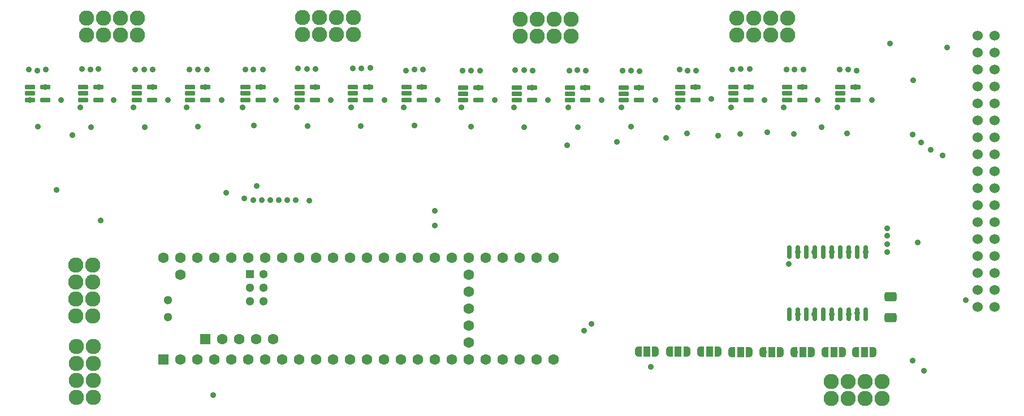
<source format=gbr>
%TF.GenerationSoftware,KiCad,Pcbnew,8.0.3-1.fc40*%
%TF.CreationDate,2024-07-09T23:55:12-04:00*%
%TF.ProjectId,boards_v3,626f6172-6473-45f7-9633-2e6b69636164,rev?*%
%TF.SameCoordinates,Original*%
%TF.FileFunction,Soldermask,Top*%
%TF.FilePolarity,Negative*%
%FSLAX46Y46*%
G04 Gerber Fmt 4.6, Leading zero omitted, Abs format (unit mm)*
G04 Created by KiCad (PCBNEW 8.0.3-1.fc40) date 2024-07-09 23:55:12*
%MOMM*%
%LPD*%
G01*
G04 APERTURE LIST*
G04 Aperture macros list*
%AMRoundRect*
0 Rectangle with rounded corners*
0 $1 Rounding radius*
0 $2 $3 $4 $5 $6 $7 $8 $9 X,Y pos of 4 corners*
0 Add a 4 corners polygon primitive as box body*
4,1,4,$2,$3,$4,$5,$6,$7,$8,$9,$2,$3,0*
0 Add four circle primitives for the rounded corners*
1,1,$1+$1,$2,$3*
1,1,$1+$1,$4,$5*
1,1,$1+$1,$6,$7*
1,1,$1+$1,$8,$9*
0 Add four rect primitives between the rounded corners*
20,1,$1+$1,$2,$3,$4,$5,0*
20,1,$1+$1,$4,$5,$6,$7,0*
20,1,$1+$1,$6,$7,$8,$9,0*
20,1,$1+$1,$8,$9,$2,$3,0*%
%AMFreePoly0*
4,1,19,0.550000,-0.750000,0.000000,-0.750000,0.000000,-0.744911,-0.071157,-0.744911,-0.207708,-0.704816,-0.327430,-0.627875,-0.420627,-0.520320,-0.479746,-0.390866,-0.500000,-0.250000,-0.500000,0.250000,-0.479746,0.390866,-0.420627,0.520320,-0.327430,0.627875,-0.207708,0.704816,-0.071157,0.744911,0.000000,0.744911,0.000000,0.750000,0.550000,0.750000,0.550000,-0.750000,0.550000,-0.750000,
$1*%
%AMFreePoly1*
4,1,19,0.000000,0.744911,0.071157,0.744911,0.207708,0.704816,0.327430,0.627875,0.420627,0.520320,0.479746,0.390866,0.500000,0.250000,0.500000,-0.250000,0.479746,-0.390866,0.420627,-0.520320,0.327430,-0.627875,0.207708,-0.704816,0.071157,-0.744911,0.000000,-0.744911,0.000000,-0.750000,-0.550000,-0.750000,-0.550000,0.750000,0.000000,0.750000,0.000000,0.744911,0.000000,0.744911,
$1*%
G04 Aperture macros list end*
%ADD10RoundRect,0.250000X0.650000X-0.412500X0.650000X0.412500X-0.650000X0.412500X-0.650000X-0.412500X0*%
%ADD11RoundRect,0.150000X-0.650000X-0.150000X0.650000X-0.150000X0.650000X0.150000X-0.650000X0.150000X0*%
%ADD12C,2.286000*%
%ADD13FreePoly0,0.000000*%
%ADD14R,1.000000X1.500000*%
%ADD15FreePoly1,0.000000*%
%ADD16R,1.600000X1.600000*%
%ADD17C,1.600000*%
%ADD18R,1.300000X1.300000*%
%ADD19C,1.300000*%
%ADD20RoundRect,0.150000X-0.150000X0.875000X-0.150000X-0.875000X0.150000X-0.875000X0.150000X0.875000X0*%
%ADD21C,1.524000*%
%ADD22C,0.900000*%
G04 APERTURE END LIST*
D10*
%TO.C,C13*%
X193500000Y-70262500D03*
X193500000Y-67137500D03*
%TD*%
D11*
%TO.C,U7*%
X145450000Y-35780000D03*
X145450000Y-36730000D03*
X145450000Y-37680000D03*
X147750000Y-37680000D03*
X147750000Y-35780000D03*
%TD*%
D12*
%TO.C,J2*%
X145700000Y-25490000D03*
X143160000Y-25490000D03*
X140620000Y-25490000D03*
X138080000Y-25490000D03*
X138080001Y-28030000D03*
X140620000Y-28030000D03*
X143160000Y-28030000D03*
X145700000Y-28030000D03*
%TD*%
D11*
%TO.C,U9*%
X129450000Y-35780000D03*
X129450000Y-36730000D03*
X129450000Y-37680000D03*
X131750000Y-37680000D03*
X131750000Y-35780000D03*
%TD*%
%TO.C,U17*%
X64600000Y-35700000D03*
X64600000Y-36650000D03*
X64600000Y-37600000D03*
X66900000Y-37600000D03*
X66900000Y-35700000D03*
%TD*%
%TO.C,U11*%
X113000000Y-35700000D03*
X113000000Y-36650000D03*
X113000000Y-37600000D03*
X115300000Y-37600000D03*
X115300000Y-35700000D03*
%TD*%
D13*
%TO.C,JP24*%
X188290001Y-75392500D03*
D14*
X189590001Y-75392500D03*
D15*
X190890001Y-75392500D03*
%TD*%
D11*
%TO.C,U4*%
X169980000Y-35700000D03*
X169980000Y-36650000D03*
X169980000Y-37600000D03*
X172280000Y-37600000D03*
X172280000Y-35700000D03*
%TD*%
D13*
%TO.C,JP22*%
X179050001Y-75400000D03*
D14*
X180350001Y-75400000D03*
D15*
X181650001Y-75400000D03*
%TD*%
D11*
%TO.C,U12*%
X105000000Y-35700000D03*
X105000000Y-36650000D03*
X105000000Y-37600000D03*
X107300000Y-37600000D03*
X107300000Y-35700000D03*
%TD*%
%TO.C,U5*%
X161980000Y-35700000D03*
X161980000Y-36650000D03*
X161980000Y-37600000D03*
X164280000Y-37600000D03*
X164280000Y-35700000D03*
%TD*%
D16*
%TO.C,U1*%
X84600000Y-76540000D03*
D17*
X87140000Y-76540000D03*
X89680000Y-76540000D03*
X92220000Y-76540000D03*
X94760000Y-76540000D03*
X97300000Y-76540000D03*
X99840000Y-76540000D03*
X102380000Y-76540000D03*
X104920000Y-76540000D03*
X107460000Y-76540000D03*
X110000000Y-76540000D03*
X112540000Y-76540000D03*
X115080000Y-76540000D03*
X117620000Y-76540000D03*
X120160000Y-76540000D03*
X122700000Y-76540000D03*
X125240000Y-76540000D03*
X127780000Y-76540000D03*
X130320000Y-76540000D03*
X132860000Y-76540000D03*
X135400000Y-76540000D03*
X137940000Y-76540000D03*
X140480000Y-76540000D03*
X143020000Y-76540000D03*
X143020000Y-61300000D03*
X140480000Y-61300000D03*
X137940000Y-61300000D03*
X135400000Y-61300000D03*
X132860000Y-61300000D03*
X130320000Y-61300000D03*
X127780000Y-61300000D03*
X125240000Y-61300000D03*
X122700000Y-61300000D03*
X120160000Y-61300000D03*
X117620000Y-61300000D03*
X115080000Y-61300000D03*
X112540000Y-61300000D03*
X110000000Y-61300000D03*
X107460000Y-61300000D03*
X104920000Y-61300000D03*
X102380000Y-61300000D03*
X99840000Y-61300000D03*
X97300000Y-61300000D03*
X94760000Y-61300000D03*
X92220000Y-61300000D03*
X89680000Y-61300000D03*
X87140000Y-61300000D03*
X84600000Y-61300000D03*
X87140001Y-63840000D03*
X130320000Y-73999999D03*
X130320000Y-71460000D03*
X130320000Y-68920000D03*
X130320000Y-66380000D03*
X130320000Y-63840001D03*
D16*
X90899200Y-73489200D03*
D17*
X93439200Y-73489200D03*
X95979200Y-73489200D03*
X98519200Y-73489200D03*
X101059200Y-73489200D03*
D18*
X97569999Y-63738400D03*
D19*
X97570000Y-65738400D03*
X97570000Y-67738401D03*
X99570000Y-67738400D03*
X99570000Y-65738401D03*
X99570000Y-63738400D03*
X85329999Y-67650000D03*
X85329999Y-70190000D03*
%TD*%
D11*
%TO.C,U16*%
X72600000Y-35700000D03*
X72600000Y-36650000D03*
X72600000Y-37600000D03*
X74900000Y-37600000D03*
X74900000Y-35700000D03*
%TD*%
%TO.C,U2*%
X185980000Y-35700000D03*
X185980000Y-36650000D03*
X185980000Y-37600000D03*
X188280000Y-37600000D03*
X188280000Y-35700000D03*
%TD*%
%TO.C,U3*%
X177980000Y-35700000D03*
X177980000Y-36650000D03*
X177980000Y-37600000D03*
X180280000Y-37600000D03*
X180280000Y-35700000D03*
%TD*%
D13*
%TO.C,JP19*%
X165070000Y-75329999D03*
D14*
X166370000Y-75329999D03*
D15*
X167670000Y-75329999D03*
%TD*%
D12*
%TO.C,J1*%
X178080000Y-25360000D03*
X175540000Y-25360000D03*
X173000000Y-25360000D03*
X170460000Y-25360000D03*
X170460001Y-27900000D03*
X173000000Y-27900000D03*
X175540000Y-27900000D03*
X178080000Y-27900000D03*
%TD*%
D11*
%TO.C,U14*%
X88600000Y-35700000D03*
X88600000Y-36650000D03*
X88600000Y-37600000D03*
X90900000Y-37600000D03*
X90900000Y-35700000D03*
%TD*%
%TO.C,U8*%
X137500000Y-35780000D03*
X137500000Y-36730000D03*
X137500000Y-37680000D03*
X139800000Y-37680000D03*
X139800000Y-35780000D03*
%TD*%
%TO.C,U13*%
X96900000Y-35700000D03*
X96900000Y-36650000D03*
X96900000Y-37600000D03*
X99200000Y-37600000D03*
X99200000Y-35700000D03*
%TD*%
D12*
%TO.C,J7*%
X74100000Y-82200000D03*
X74100000Y-79660000D03*
X74100000Y-77120000D03*
X74100000Y-74580000D03*
X71560000Y-74580001D03*
X71560000Y-77120000D03*
X71560000Y-79660000D03*
X71560000Y-82200000D03*
%TD*%
%TO.C,J6*%
X184580000Y-82340000D03*
X187120000Y-82340000D03*
X189660000Y-82340000D03*
X192200000Y-82340000D03*
X192200000Y-79800000D03*
X189660000Y-79800000D03*
X187120000Y-79800000D03*
X184580000Y-79800000D03*
%TD*%
D20*
%TO.C,U18*%
X189750000Y-60400000D03*
X188480000Y-60400000D03*
X187210000Y-60399999D03*
X185940000Y-60400000D03*
X184670000Y-60400000D03*
X183400000Y-60400000D03*
X182130000Y-60400000D03*
X180860000Y-60399999D03*
X179590000Y-60400000D03*
X178320000Y-60400000D03*
X178320000Y-69700000D03*
X179590000Y-69700000D03*
X180860000Y-69700001D03*
X182130000Y-69700000D03*
X183400000Y-69700000D03*
X184670000Y-69700000D03*
X185940000Y-69700000D03*
X187210000Y-69700001D03*
X188480000Y-69700000D03*
X189750000Y-69700000D03*
%TD*%
D12*
%TO.C,J3*%
X113040000Y-25260000D03*
X110500000Y-25260000D03*
X107960000Y-25260000D03*
X105420000Y-25260000D03*
X105420001Y-27800000D03*
X107960000Y-27800000D03*
X110500000Y-27800000D03*
X113040000Y-27800000D03*
%TD*%
D13*
%TO.C,JP23*%
X183690001Y-75435000D03*
D14*
X184990001Y-75435000D03*
D15*
X186290001Y-75435000D03*
%TD*%
D12*
%TO.C,J8*%
X74040000Y-69980000D03*
X74040000Y-67440000D03*
X74040000Y-64900000D03*
X74040000Y-62360000D03*
X71500000Y-62360001D03*
X71500000Y-64900000D03*
X71500000Y-67440000D03*
X71500000Y-69980000D03*
%TD*%
D13*
%TO.C,JP20*%
X169740000Y-75364999D03*
D14*
X171040000Y-75364999D03*
D15*
X172340000Y-75364999D03*
%TD*%
D12*
%TO.C,J4*%
X80740000Y-25400000D03*
X78200000Y-25400000D03*
X75660000Y-25400000D03*
X73120000Y-25400000D03*
X73120001Y-27940000D03*
X75660000Y-27940000D03*
X78200000Y-27940000D03*
X80740000Y-27940000D03*
%TD*%
D11*
%TO.C,U15*%
X80600000Y-35700000D03*
X80600000Y-36650000D03*
X80600000Y-37600000D03*
X82900000Y-37600000D03*
X82900000Y-35700000D03*
%TD*%
%TO.C,U10*%
X121000000Y-35700000D03*
X121000000Y-36650000D03*
X121000000Y-37600000D03*
X123300000Y-37600000D03*
X123300000Y-35700000D03*
%TD*%
D13*
%TO.C,JP17*%
X155699999Y-75294999D03*
D14*
X156999999Y-75294999D03*
D15*
X158299999Y-75294999D03*
%TD*%
D11*
%TO.C,U6*%
X153550000Y-35780000D03*
X153550000Y-36730000D03*
X153550000Y-37680000D03*
X155850000Y-37680000D03*
X155850000Y-35780000D03*
%TD*%
D13*
%TO.C,JP21*%
X174400000Y-75400000D03*
D14*
X175700000Y-75400000D03*
D15*
X177000000Y-75400000D03*
%TD*%
D21*
%TO.C,J9*%
X206560000Y-27980000D03*
X206560000Y-30520000D03*
X206560000Y-33060000D03*
X206560000Y-35600000D03*
X206560000Y-38140000D03*
X206560000Y-40680000D03*
X206560000Y-43220000D03*
X206560000Y-45760000D03*
X206560000Y-48300000D03*
X206560000Y-50840000D03*
X206560000Y-53380000D03*
X206560000Y-55920000D03*
X206560000Y-58460000D03*
X206560000Y-61000000D03*
X206560000Y-63540000D03*
X206560000Y-66080000D03*
X206560000Y-68620000D03*
X209100000Y-68620000D03*
X209100000Y-66080000D03*
X209100000Y-63540000D03*
X209100000Y-61000000D03*
X209100000Y-58460000D03*
X209100000Y-55920000D03*
X209100000Y-53380000D03*
X209100000Y-50840000D03*
X209100000Y-48300000D03*
X209100000Y-45760000D03*
X209100000Y-43220000D03*
X209100000Y-40680000D03*
X209100000Y-38140000D03*
X209100000Y-35600000D03*
X209100000Y-33060000D03*
X209100000Y-30520000D03*
X209100000Y-27980000D03*
%TD*%
D13*
%TO.C,JP18*%
X160389999Y-75329999D03*
D14*
X161689999Y-75329999D03*
D15*
X162989999Y-75329999D03*
%TD*%
D22*
X69300000Y-37600000D03*
X72200000Y-38700000D03*
X77200000Y-37600000D03*
X80100000Y-38700000D03*
X85300000Y-37600000D03*
X88100000Y-38700000D03*
X93300000Y-37600000D03*
X96500000Y-38700000D03*
X101500000Y-37600000D03*
X104600000Y-38700000D03*
X109700000Y-37600000D03*
X112700000Y-38700000D03*
X117700000Y-37600000D03*
X125700000Y-37600000D03*
X120600000Y-38700000D03*
X142200000Y-37600000D03*
X134200000Y-37600000D03*
X137100000Y-38700000D03*
X153200000Y-38700000D03*
X150200000Y-37600000D03*
X158300000Y-37600000D03*
X161700000Y-38700000D03*
X166700000Y-37500000D03*
X169600000Y-38700000D03*
X174600000Y-37600000D03*
X177500000Y-38700000D03*
X182600000Y-37600000D03*
X190700000Y-37600000D03*
X185500000Y-38700000D03*
X172380000Y-33000000D03*
X115600000Y-32800000D03*
X193500000Y-67200000D03*
X185880000Y-33100000D03*
X160500000Y-75300000D03*
X196900000Y-34700000D03*
X188400000Y-33200000D03*
X91100000Y-33100000D03*
X193400000Y-29200000D03*
X107400000Y-33000000D03*
X152500000Y-43900000D03*
X164400000Y-33200000D03*
X183800000Y-75500000D03*
X188300000Y-75400000D03*
X145200000Y-38700000D03*
X197600000Y-59000000D03*
X68600000Y-51100000D03*
X83000000Y-33100000D03*
X64600000Y-37600000D03*
X123500000Y-33100000D03*
X169740000Y-75364999D03*
X147900000Y-33200000D03*
X139900000Y-33200000D03*
X179200000Y-75400000D03*
X132000000Y-33200000D03*
X155900000Y-33300000D03*
X180500000Y-33100000D03*
X145100000Y-44400000D03*
X167700000Y-43000000D03*
X204800000Y-67600000D03*
X99500000Y-33100000D03*
X178300000Y-62200000D03*
X165070000Y-75329999D03*
X67000000Y-33100000D03*
X175000000Y-42500000D03*
X174500000Y-75400000D03*
X183200000Y-41700000D03*
X129200000Y-38700000D03*
X189750000Y-60400000D03*
X159900000Y-43300000D03*
X75200000Y-55700000D03*
X71000000Y-42900000D03*
X202000000Y-29800000D03*
X157600000Y-77600000D03*
X74900000Y-33000000D03*
X169780000Y-33100000D03*
X177880000Y-33100000D03*
X161880000Y-33100000D03*
X139800000Y-35780000D03*
X164280000Y-35700000D03*
X131750000Y-35780000D03*
X187180000Y-33100000D03*
X172280000Y-35700000D03*
X107400000Y-35700000D03*
X123300000Y-35700000D03*
X187000000Y-42600000D03*
X196800000Y-76700000D03*
X180280000Y-35700000D03*
X83000000Y-35700000D03*
X155850000Y-35780000D03*
X66900000Y-35700000D03*
X115400000Y-35700000D03*
X75000000Y-35700000D03*
X90900000Y-35700000D03*
X147750000Y-35780000D03*
X188280000Y-35700000D03*
X99200000Y-35700000D03*
X145400000Y-33200000D03*
X153400000Y-33200000D03*
X137300000Y-33130000D03*
X129400000Y-33230000D03*
X113000000Y-32900000D03*
X104800000Y-32900000D03*
X96900000Y-33100000D03*
X120900000Y-33200000D03*
X88500000Y-33100000D03*
X72400000Y-33000000D03*
X64500000Y-33100000D03*
X80400000Y-33100000D03*
X92100000Y-81800000D03*
X198500000Y-78200000D03*
X147600000Y-72200000D03*
X148700000Y-71200000D03*
X188500000Y-69600000D03*
X193000000Y-59200000D03*
X184700000Y-69700000D03*
X81800000Y-41720000D03*
X81700000Y-33100000D03*
X103197392Y-52600000D03*
X193000000Y-56900000D03*
X89800000Y-41620000D03*
X89800000Y-33100000D03*
X101924601Y-52600000D03*
X193000000Y-58000000D03*
X99379018Y-52600000D03*
X106200000Y-41550000D03*
X106100000Y-33000000D03*
X154660000Y-41640000D03*
X199500000Y-45100000D03*
X154600000Y-33230000D03*
X73700000Y-33100000D03*
X104470184Y-52600000D03*
X73800000Y-41720000D03*
X182100000Y-60400000D03*
X98600000Y-50500000D03*
X138660000Y-41740000D03*
X138600000Y-33130000D03*
X146660000Y-41740000D03*
X146600000Y-33130000D03*
X201300000Y-45900000D03*
X98106226Y-52599999D03*
X114280000Y-32880000D03*
X114200000Y-41550000D03*
X193000000Y-60400000D03*
X65800000Y-41620000D03*
X106458511Y-52678511D03*
X65750000Y-33250000D03*
X187200000Y-69700000D03*
X182100000Y-69700000D03*
X179080000Y-33100000D03*
X125240000Y-56400000D03*
X179000000Y-42700000D03*
X125240000Y-54200000D03*
X100651809Y-52600000D03*
X98100000Y-33100000D03*
X98200000Y-41450000D03*
X171080000Y-33000000D03*
X196800000Y-42800000D03*
X171000000Y-42700000D03*
X179600000Y-60400000D03*
X96700000Y-52400000D03*
X122200000Y-33100000D03*
X122200000Y-41450000D03*
X184700000Y-60400000D03*
X179600000Y-69700000D03*
X130700000Y-33230000D03*
X130660000Y-41640000D03*
X94000000Y-51500000D03*
X163000000Y-42600000D03*
X163080000Y-33200000D03*
X198100000Y-44000000D03*
X187200000Y-60400000D03*
M02*

</source>
